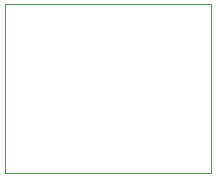
<source format=gko>
G75*
%MOIN*%
%OFA0B0*%
%FSLAX25Y25*%
%IPPOS*%
%LPD*%
%AMOC8*
5,1,8,0,0,1.08239X$1,22.5*
%
%ADD10C,0.00000*%
D10*
X0003050Y0003050D02*
X0003050Y0059300D01*
X0071721Y0059300D01*
X0071721Y0003050D01*
X0003050Y0003050D01*
M02*

</source>
